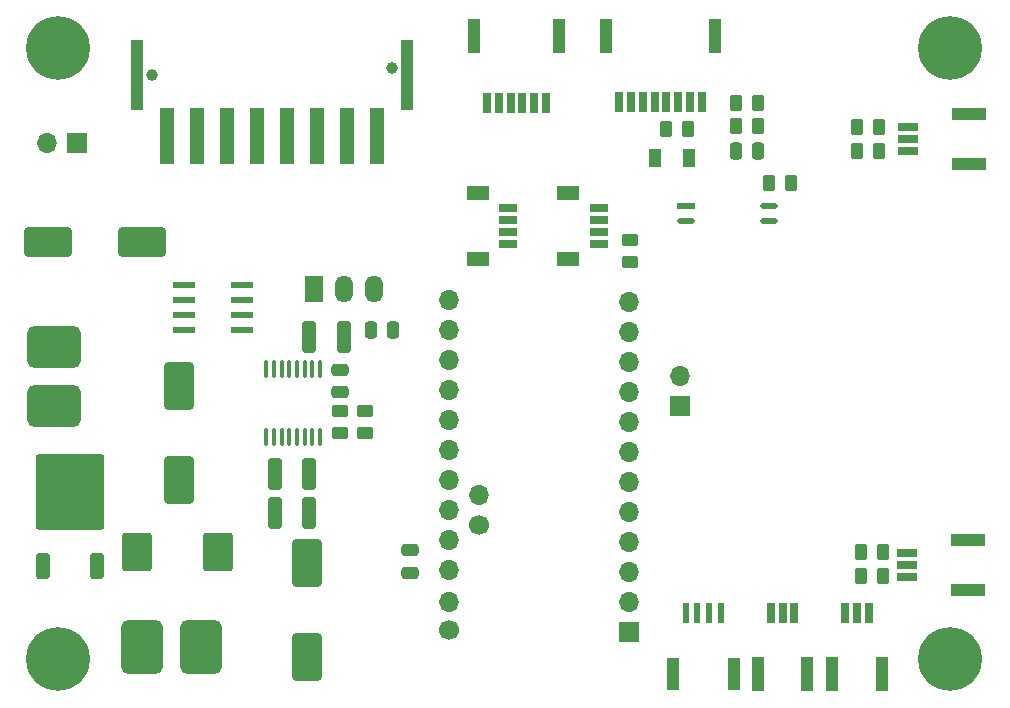
<source format=gbr>
%TF.GenerationSoftware,KiCad,Pcbnew,9.0.4*%
%TF.CreationDate,2025-11-20T14:20:26-08:00*%
%TF.ProjectId,camera_controller,63616d65-7261-45f6-936f-6e74726f6c6c,1.0*%
%TF.SameCoordinates,Original*%
%TF.FileFunction,Soldermask,Top*%
%TF.FilePolarity,Negative*%
%FSLAX46Y46*%
G04 Gerber Fmt 4.6, Leading zero omitted, Abs format (unit mm)*
G04 Created by KiCad (PCBNEW 9.0.4) date 2025-11-20 14:20:26*
%MOMM*%
%LPD*%
G01*
G04 APERTURE LIST*
G04 Aperture macros list*
%AMRoundRect*
0 Rectangle with rounded corners*
0 $1 Rounding radius*
0 $2 $3 $4 $5 $6 $7 $8 $9 X,Y pos of 4 corners*
0 Add a 4 corners polygon primitive as box body*
4,1,4,$2,$3,$4,$5,$6,$7,$8,$9,$2,$3,0*
0 Add four circle primitives for the rounded corners*
1,1,$1+$1,$2,$3*
1,1,$1+$1,$4,$5*
1,1,$1+$1,$6,$7*
1,1,$1+$1,$8,$9*
0 Add four rect primitives between the rounded corners*
20,1,$1+$1,$2,$3,$4,$5,0*
20,1,$1+$1,$4,$5,$6,$7,0*
20,1,$1+$1,$6,$7,$8,$9,0*
20,1,$1+$1,$8,$9,$2,$3,0*%
G04 Aperture macros list end*
%ADD10R,2.895600X1.092200*%
%ADD11R,1.803400X0.660400*%
%ADD12RoundRect,0.250000X-0.262500X-0.450000X0.262500X-0.450000X0.262500X0.450000X-0.262500X0.450000X0*%
%ADD13R,0.600000X1.700000*%
%ADD14R,1.000000X2.800000*%
%ADD15R,1.092200X2.895600*%
%ADD16R,0.660400X1.701800*%
%ADD17RoundRect,0.250000X-1.000000X1.750000X-1.000000X-1.750000X1.000000X-1.750000X1.000000X1.750000X0*%
%ADD18R,1.549400X0.660400*%
%ADD19R,1.905000X1.295400*%
%ADD20RoundRect,0.250000X0.250000X0.475000X-0.250000X0.475000X-0.250000X-0.475000X0.250000X-0.475000X0*%
%ADD21RoundRect,0.250000X-0.325000X-1.100000X0.325000X-1.100000X0.325000X1.100000X-0.325000X1.100000X0*%
%ADD22RoundRect,0.250000X0.262500X0.450000X-0.262500X0.450000X-0.262500X-0.450000X0.262500X-0.450000X0*%
%ADD23R,1.500000X2.300000*%
%ADD24O,1.500000X2.300000*%
%ADD25R,1.700000X1.700000*%
%ADD26O,1.700000X1.700000*%
%ADD27C,1.000000*%
%ADD28R,1.300000X4.700000*%
%ADD29R,1.100000X6.000000*%
%ADD30RoundRect,0.250000X0.450000X-0.262500X0.450000X0.262500X-0.450000X0.262500X-0.450000X-0.262500X0*%
%ADD31C,0.800000*%
%ADD32C,5.400000*%
%ADD33R,0.660400X1.803400*%
%ADD34RoundRect,0.250000X1.000000X-1.750000X1.000000X1.750000X-1.000000X1.750000X-1.000000X-1.750000X0*%
%ADD35RoundRect,0.250000X-0.450000X0.262500X-0.450000X-0.262500X0.450000X-0.262500X0.450000X0.262500X0*%
%ADD36RoundRect,0.250000X1.750000X1.000000X-1.750000X1.000000X-1.750000X-1.000000X1.750000X-1.000000X0*%
%ADD37RoundRect,0.250000X-0.250000X-0.475000X0.250000X-0.475000X0.250000X0.475000X-0.250000X0.475000X0*%
%ADD38RoundRect,0.100000X0.100000X-0.637500X0.100000X0.637500X-0.100000X0.637500X-0.100000X-0.637500X0*%
%ADD39R,1.981200X0.558800*%
%ADD40RoundRect,0.500000X1.750000X-1.250000X1.750000X1.250000X-1.750000X1.250000X-1.750000X-1.250000X0*%
%ADD41RoundRect,0.250000X-0.475000X0.250000X-0.475000X-0.250000X0.475000X-0.250000X0.475000X0.250000X0*%
%ADD42C,1.700000*%
%ADD43RoundRect,0.250000X-1.000000X1.400000X-1.000000X-1.400000X1.000000X-1.400000X1.000000X1.400000X0*%
%ADD44RoundRect,0.500000X-1.250000X-1.750000X1.250000X-1.750000X1.250000X1.750000X-1.250000X1.750000X0*%
%ADD45RoundRect,0.250000X0.475000X-0.250000X0.475000X0.250000X-0.475000X0.250000X-0.475000X-0.250000X0*%
%ADD46R,1.104900X1.498600*%
%ADD47R,1.524000X0.508000*%
%ADD48O,1.524000X0.508000*%
%ADD49RoundRect,0.250000X0.350000X-0.850000X0.350000X0.850000X-0.350000X0.850000X-0.350000X-0.850000X0*%
%ADD50RoundRect,0.249997X2.650003X-2.950003X2.650003X2.950003X-2.650003X2.950003X-2.650003X-2.950003X0*%
G04 APERTURE END LIST*
D10*
%TO.C,J6*%
X100453600Y-65400002D03*
X100453600Y-69599998D03*
D11*
X95303600Y-68500001D03*
X95303600Y-67500000D03*
X95303600Y-66499999D03*
%TD*%
D12*
%TO.C,R25*%
X80787500Y-28350000D03*
X82612500Y-28350000D03*
%TD*%
D13*
%TO.C,J13*%
X76525000Y-71600000D03*
X77525000Y-71600000D03*
X78525000Y-71600000D03*
X79525000Y-71600000D03*
D14*
X75425000Y-76750000D03*
X80625000Y-76750000D03*
%TD*%
D15*
%TO.C,J10*%
X69800000Y-22691426D03*
X79000000Y-22666660D03*
D16*
X70900000Y-28300000D03*
X71900000Y-28300000D03*
X72900001Y-28300000D03*
X73899999Y-28300000D03*
X74900000Y-28300000D03*
X75900000Y-28300000D03*
X76900000Y-28300000D03*
X77900000Y-28300000D03*
%TD*%
D17*
%TO.C,C1*%
X44500000Y-67300000D03*
X44500000Y-75300000D03*
%TD*%
D18*
%TO.C,J8*%
X69182201Y-40300000D03*
X69182201Y-39299999D03*
X69182201Y-38300001D03*
X69182201Y-37300000D03*
D19*
X66602201Y-41599999D03*
X66602201Y-36000001D03*
%TD*%
D20*
%TO.C,C4*%
X51750000Y-47600000D03*
X49850000Y-47600000D03*
%TD*%
D21*
%TO.C,C17*%
X41725000Y-59800000D03*
X44675000Y-59800000D03*
%TD*%
%TO.C,C16*%
X41725000Y-63100000D03*
X44675000Y-63100000D03*
%TD*%
D22*
%TO.C,R15*%
X92887500Y-32450000D03*
X91062500Y-32450000D03*
%TD*%
%TO.C,R18*%
X93212500Y-66400000D03*
X91387500Y-66400000D03*
%TD*%
D23*
%TO.C,U1*%
X45053000Y-44107500D03*
D24*
X47593000Y-44107500D03*
X50133000Y-44107500D03*
%TD*%
D25*
%TO.C,J16*%
X25000000Y-31800000D03*
D26*
X22460000Y-31800000D03*
%TD*%
D22*
%TO.C,R17*%
X93212500Y-68400000D03*
X91387500Y-68400000D03*
%TD*%
D27*
%TO.C,J9*%
X31370000Y-26000000D03*
X51690000Y-25400000D03*
D28*
X50420000Y-31150000D03*
X47880000Y-31150000D03*
X45340000Y-31150000D03*
X42800000Y-31150000D03*
X40260000Y-31150000D03*
X37720000Y-31150000D03*
X35180000Y-31150000D03*
X32640000Y-31150000D03*
D29*
X52960000Y-26000000D03*
X30100000Y-26000000D03*
%TD*%
D18*
%TO.C,J7*%
X61482200Y-40297799D03*
X61482200Y-39297798D03*
X61482200Y-38297800D03*
X61482200Y-37297799D03*
D19*
X58902200Y-41597798D03*
X58902200Y-35997800D03*
%TD*%
D30*
%TO.C,R19*%
X47300000Y-56312500D03*
X47300000Y-54487500D03*
%TD*%
D31*
%TO.C,*%
X96915000Y-23735000D03*
X97508109Y-22303109D03*
X97508109Y-25166891D03*
X98940000Y-21710000D03*
D32*
X98940000Y-23735000D03*
D31*
X98940000Y-25760000D03*
X100371891Y-22303109D03*
X100371891Y-25166891D03*
X100965000Y-23735000D03*
%TD*%
D15*
%TO.C,J15*%
X93124996Y-76700000D03*
X88925000Y-76700000D03*
D33*
X90024997Y-71550000D03*
X91024998Y-71550000D03*
X92024999Y-71550000D03*
%TD*%
D34*
%TO.C,C2*%
X33600000Y-60300000D03*
X33600000Y-52300000D03*
%TD*%
D35*
%TO.C,R21*%
X71850000Y-39975000D03*
X71850000Y-41800000D03*
%TD*%
D36*
%TO.C,C11*%
X30507500Y-40160000D03*
X22507500Y-40160000D03*
%TD*%
D12*
%TO.C,R26*%
X80787500Y-30350000D03*
X82612500Y-30350000D03*
%TD*%
D21*
%TO.C,C3*%
X44625000Y-48200000D03*
X47575000Y-48200000D03*
%TD*%
D31*
%TO.C,*%
X21375000Y-75415000D03*
X21968109Y-73983109D03*
X21968109Y-76846891D03*
X23400000Y-73390000D03*
D32*
X23400000Y-75415000D03*
D31*
X23400000Y-77440000D03*
X24831891Y-73983109D03*
X24831891Y-76846891D03*
X25425000Y-75415000D03*
%TD*%
D37*
%TO.C,C13*%
X80750000Y-32450000D03*
X82650000Y-32450000D03*
%TD*%
D38*
%TO.C,U4*%
X41025000Y-56662500D03*
X41675000Y-56662500D03*
X42325000Y-56662500D03*
X42975000Y-56662500D03*
X43625000Y-56662500D03*
X44275000Y-56662500D03*
X44925000Y-56662500D03*
X45575000Y-56662500D03*
X45575000Y-50937500D03*
X44925000Y-50937500D03*
X44275000Y-50937500D03*
X43625000Y-50937500D03*
X42975000Y-50937500D03*
X42325000Y-50937500D03*
X41675000Y-50937500D03*
X41025000Y-50937500D03*
%TD*%
D10*
%TO.C,J5*%
X100478600Y-29350002D03*
X100478600Y-33549998D03*
D11*
X95328600Y-32450001D03*
X95328600Y-31450000D03*
X95328600Y-30449999D03*
%TD*%
D31*
%TO.C,*%
X96915000Y-75415000D03*
X97508109Y-73983109D03*
X97508109Y-76846891D03*
X98940000Y-73390000D03*
D32*
X98940000Y-75415000D03*
D31*
X98940000Y-77440000D03*
X100371891Y-73983109D03*
X100371891Y-76846891D03*
X100965000Y-75415000D03*
%TD*%
D39*
%TO.C,U6*%
X38963800Y-47626231D03*
X38963800Y-46356231D03*
X38963800Y-45086231D03*
X38963800Y-43816231D03*
X34036200Y-43816231D03*
X34036200Y-45086231D03*
X34036200Y-46356231D03*
X34036200Y-47626231D03*
%TD*%
D40*
%TO.C,J12*%
X23062500Y-54000000D03*
X23062500Y-49000000D03*
%TD*%
D41*
%TO.C,C22*%
X53200000Y-66250000D03*
X53200000Y-68150000D03*
%TD*%
D15*
%TO.C,J11*%
X58600000Y-22744226D03*
X65800000Y-22744226D03*
D16*
X59700000Y-28352800D03*
X60700000Y-28352800D03*
X61700001Y-28352800D03*
X62699999Y-28352800D03*
X63700000Y-28352800D03*
X64700000Y-28352800D03*
%TD*%
D12*
%TO.C,R28*%
X83587500Y-35175000D03*
X85412500Y-35175000D03*
%TD*%
D22*
%TO.C,R16*%
X92887500Y-30450000D03*
X91062500Y-30450000D03*
%TD*%
D25*
%TO.C,U3*%
X71725000Y-73125000D03*
D26*
X71725000Y-70585000D03*
X71725000Y-68045000D03*
X71725000Y-65505000D03*
X71725000Y-62965000D03*
X71725000Y-60425000D03*
X71725000Y-57885000D03*
X71725000Y-55345000D03*
X71725000Y-52805000D03*
X71725000Y-50265000D03*
X71725000Y-47725000D03*
X71725000Y-45185000D03*
X56485000Y-45055000D03*
X56485000Y-47595000D03*
X56485000Y-50135000D03*
X56485000Y-52675000D03*
X56485000Y-55215000D03*
X56485000Y-57755000D03*
X56485000Y-60295000D03*
X56485000Y-62835000D03*
X56485000Y-65375000D03*
X56485000Y-67915000D03*
X56485000Y-70585000D03*
D42*
X56485000Y-72995000D03*
D26*
X59025000Y-61565000D03*
D42*
X59025000Y-64105000D03*
%TD*%
D15*
%TO.C,J14*%
X86824996Y-76725000D03*
X82625000Y-76725000D03*
D33*
X83724997Y-71575000D03*
X84724998Y-71575000D03*
X85724999Y-71575000D03*
%TD*%
D31*
%TO.C,*%
X21375000Y-23735000D03*
X21968109Y-22303109D03*
X21968109Y-25166891D03*
X23400000Y-21710000D03*
D32*
X23400000Y-23735000D03*
D31*
X23400000Y-25760000D03*
X24831891Y-22303109D03*
X24831891Y-25166891D03*
X25425000Y-23735000D03*
%TD*%
D12*
%TO.C,R27*%
X74887500Y-30600000D03*
X76712500Y-30600000D03*
%TD*%
D43*
%TO.C,CR1*%
X36900000Y-66400000D03*
X30100000Y-66400000D03*
%TD*%
D44*
%TO.C,J1*%
X30500000Y-74400000D03*
X35500000Y-74400000D03*
%TD*%
D45*
%TO.C,C9*%
X47300000Y-52850000D03*
X47300000Y-50950000D03*
%TD*%
D25*
%TO.C,J17*%
X76050000Y-54000000D03*
D26*
X76050000Y-51460000D03*
%TD*%
D46*
%TO.C,CR2*%
X73908550Y-33000000D03*
X76791450Y-33000000D03*
%TD*%
D47*
%TO.C,U7*%
X76575400Y-37065000D03*
D48*
X76575400Y-38335000D03*
X83585800Y-38335000D03*
X83585800Y-37065000D03*
%TD*%
D30*
%TO.C,R20*%
X49400000Y-56312500D03*
X49400000Y-54487500D03*
%TD*%
D49*
%TO.C,Q1*%
X22095000Y-67580000D03*
D50*
X24375000Y-61280000D03*
D49*
X26655000Y-67580000D03*
%TD*%
M02*

</source>
